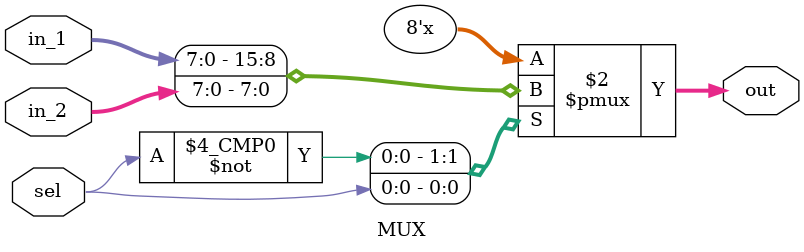
<source format=v>
module MUX #(parameter WIDTH = 8)
    (input [WIDTH-1:0] in_1,
    input [WIDTH-1:0] in_2,
    input sel,
    output reg [WIDTH-1:0] out);

    always @(*) begin

        case (sel)
            1'b0: out = in_1;
            1'b1: out = in_2;
            default: out = {WIDTH{1'bx}};
        endcase

    end

endmodule


</source>
